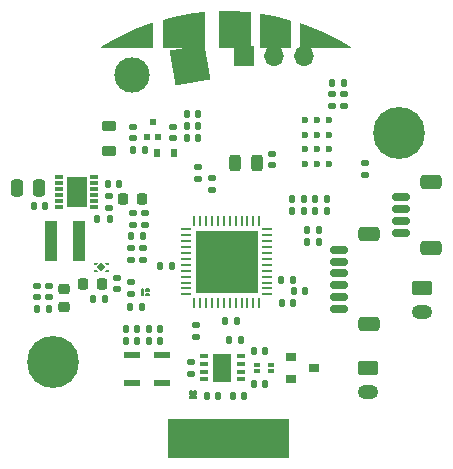
<source format=gts>
G04 #@! TF.GenerationSoftware,KiCad,Pcbnew,(6.0.0-0)*
G04 #@! TF.CreationDate,2022-01-16T01:34:20+01:00*
G04 #@! TF.ProjectId,ESCv4.3,45534376-342e-4332-9e6b-696361645f70,rev?*
G04 #@! TF.SameCoordinates,Original*
G04 #@! TF.FileFunction,Soldermask,Top*
G04 #@! TF.FilePolarity,Negative*
%FSLAX46Y46*%
G04 Gerber Fmt 4.6, Leading zero omitted, Abs format (unit mm)*
G04 Created by KiCad (PCBNEW (6.0.0-0)) date 2022-01-16 01:34:20*
%MOMM*%
%LPD*%
G01*
G04 APERTURE LIST*
G04 Aperture macros list*
%AMRoundRect*
0 Rectangle with rounded corners*
0 $1 Rounding radius*
0 $2 $3 $4 $5 $6 $7 $8 $9 X,Y pos of 4 corners*
0 Add a 4 corners polygon primitive as box body*
4,1,4,$2,$3,$4,$5,$6,$7,$8,$9,$2,$3,0*
0 Add four circle primitives for the rounded corners*
1,1,$1+$1,$2,$3*
1,1,$1+$1,$4,$5*
1,1,$1+$1,$6,$7*
1,1,$1+$1,$8,$9*
0 Add four rect primitives between the rounded corners*
20,1,$1+$1,$2,$3,$4,$5,0*
20,1,$1+$1,$4,$5,$6,$7,0*
20,1,$1+$1,$6,$7,$8,$9,0*
20,1,$1+$1,$8,$9,$2,$3,0*%
%AMRotRect*
0 Rectangle, with rotation*
0 The origin of the aperture is its center*
0 $1 length*
0 $2 width*
0 $3 Rotation angle, in degrees counterclockwise*
0 Add horizontal line*
21,1,$1,$2,0,0,$3*%
%AMFreePoly0*
4,1,5,0.125000,0.110000,0.125000,-0.110000,-0.125000,-0.110000,-0.125000,0.360000,0.125000,0.110000,0.125000,0.110000,$1*%
%AMFreePoly1*
4,1,6,0.125000,-0.110000,-0.125000,-0.110000,-0.125000,0.110000,0.015000,0.250000,0.125000,0.250000,0.125000,-0.110000,0.125000,-0.110000,$1*%
%AMFreePoly2*
4,1,6,0.125000,0.110000,0.125000,-0.110000,-0.125000,-0.110000,-0.125000,0.250000,-0.015000,0.250000,0.125000,0.110000,0.125000,0.110000,$1*%
%AMFreePoly3*
4,1,44,0.830013,1.305809,0.841086,1.305336,0.847036,1.298855,0.855180,1.295529,0.859471,1.285312,0.866968,1.277147,0.866593,1.268357,0.869999,1.260246,0.879999,-0.769754,0.879949,-0.769877,0.880000,-0.770000,0.872730,-0.787552,0.865529,-0.805181,0.865406,-0.805233,0.865355,-0.805355,0.847885,-0.812591,0.830246,-0.820000,0.830122,-0.819949,0.830000,-0.820000,-3.500000,-0.820000,
-3.506485,-0.817314,-3.513453,-0.818156,-3.523527,-0.810254,-3.535355,-0.805355,-3.538041,-0.798871,-3.543565,-0.794538,-3.545101,-0.781827,-3.550000,-0.770000,-3.547314,-0.763515,-3.548156,-0.756547,-3.540254,-0.746473,-3.535355,-0.734645,-3.528871,-0.731959,-3.524538,-0.726435,-2.299538,-0.036435,-2.298295,-0.036285,-2.297478,-0.035338,-0.777478,0.729663,-0.774411,0.729889,-0.772147,0.731968,
0.802853,1.306968,0.811644,1.306593,0.819754,1.309999,0.830013,1.305809,0.830013,1.305809,$1*%
%AMFreePoly4*
4,1,39,2.195290,2.208684,2.210945,2.204272,2.212546,2.201415,2.215565,2.200143,2.221700,2.185078,2.229652,2.170888,2.228764,2.167735,2.229999,2.164702,2.212499,-0.770298,2.205102,-0.787860,2.197829,-0.805381,2.197699,-0.805435,2.197644,-0.805565,2.180068,-0.812723,2.162464,-0.820000,-1.285036,-0.817500,-1.302522,-0.810242,-1.320355,-0.802855,-1.320363,-0.802837,-1.320381,-0.802829,
-1.327768,-0.784960,-1.335000,-0.767500,-1.335000,1.500000,-1.329879,1.512364,-1.327945,1.525607,-1.322807,1.529436,-1.320355,1.535355,-1.307993,1.540476,-1.297260,1.548474,-0.012260,1.873474,-0.010769,1.873256,-0.009512,1.874087,1.074239,2.084087,1.076156,2.083696,1.077862,2.084652,2.174112,2.214652,2.177264,2.213764,2.180298,2.214999,2.195290,2.208684,2.195290,2.208684,
$1*%
%AMFreePoly5*
4,1,40,-0.293101,2.284069,-0.290740,2.284818,1.054259,2.169818,1.069461,2.161943,1.085294,2.155416,1.086183,2.153279,1.088238,2.152215,1.093418,2.135898,1.100000,2.120086,1.105000,-0.773038,1.104989,-0.773064,1.105000,-0.773089,1.097538,-0.791142,1.090416,-0.808419,1.090392,-0.808429,1.090381,-0.808455,1.072450,-0.815897,1.055086,-0.823125,1.055061,-0.823115,1.055036,-0.823125,
-1.556214,-0.825000,-1.556243,-0.824988,-1.556271,-0.825000,-1.573983,-0.817655,-1.591580,-0.810380,-1.591592,-0.810352,-1.591620,-0.810340,-1.598894,-0.792758,-1.606250,-0.775036,-1.606238,-0.775007,-1.606250,-0.774979,-1.605000,2.225021,-1.597731,2.242549,-1.590634,2.260073,-1.590426,2.260161,-1.590340,2.260369,-1.572842,2.267609,-1.555397,2.274998,-0.295396,2.284998,-0.293101,2.284069,
-0.293101,2.284069,$1*%
%AMFreePoly6*
4,1,37,-1.030715,2.055725,-1.026184,2.056717,0.243817,1.829217,0.246063,1.827777,0.248711,1.828083,1.493710,1.473084,1.503659,1.465194,1.515385,1.460325,1.518108,1.453735,1.523694,1.449305,1.525150,1.436695,1.530000,1.424958,1.528125,-0.788792,1.520772,-0.806501,1.513462,-0.824123,1.513454,-0.824127,1.513450,-0.824135,1.495761,-0.831445,1.478100,-0.838750,1.478083,-0.838750,
-1.035025,-0.837500,-1.052540,-0.830235,-1.070355,-0.822855,-1.070360,-0.822842,-1.070373,-0.822837,-1.077752,-0.804997,-1.085000,-0.787500,-1.085000,2.007500,-1.083225,2.011785,-1.084217,2.016316,-1.076106,2.028971,-1.070355,2.042855,-1.066070,2.044630,-1.063567,2.048535,-1.048885,2.051748,-1.035000,2.057500,-1.030715,2.055725,-1.030715,2.055725,$1*%
%AMFreePoly7*
4,1,39,-0.691749,1.231582,-0.682827,1.231958,0.192174,0.911958,0.193023,0.911178,0.194175,0.911177,1.374175,0.421177,1.375530,0.419819,1.377442,0.419680,2.472442,-0.130319,2.473632,-0.131697,2.475433,-0.131952,3.507933,-0.741952,3.511843,-0.747155,3.517855,-0.749645,3.522940,-0.761920,3.530924,-0.772544,3.530010,-0.778988,3.532500,-0.785000,3.527416,-0.797274,3.525549,-0.810433,
3.520345,-0.814344,3.517855,-0.820355,3.505579,-0.825440,3.494956,-0.833423,3.488513,-0.832509,3.482500,-0.835000,-0.700000,-0.835000,-0.735355,-0.820355,-0.750000,-0.785000,-0.750000,1.185000,-0.746582,1.193251,-0.746958,1.202173,-0.739546,1.210236,-0.735355,1.220355,-0.727104,1.223773,-0.721061,1.230347,-0.710120,1.230808,-0.700000,1.235000,-0.691749,1.231582,-0.691749,1.231582,
$1*%
G04 Aperture macros list end*
%ADD10C,0.100000*%
%ADD11C,0.152400*%
%ADD12R,0.600000X0.700000*%
%ADD13C,0.600000*%
%ADD14RoundRect,0.147500X0.172500X-0.147500X0.172500X0.147500X-0.172500X0.147500X-0.172500X-0.147500X0*%
%ADD15R,1.700000X1.700000*%
%ADD16O,1.700000X1.700000*%
%ADD17RoundRect,0.147500X0.147500X0.172500X-0.147500X0.172500X-0.147500X-0.172500X0.147500X-0.172500X0*%
%ADD18RoundRect,0.147500X-0.147500X-0.172500X0.147500X-0.172500X0.147500X0.172500X-0.147500X0.172500X0*%
%ADD19RoundRect,0.243750X0.243750X0.456250X-0.243750X0.456250X-0.243750X-0.456250X0.243750X-0.456250X0*%
%ADD20RoundRect,0.147500X-0.172500X0.147500X-0.172500X-0.147500X0.172500X-0.147500X0.172500X0.147500X0*%
%ADD21R,0.900000X0.800000*%
%ADD22RoundRect,0.218750X-0.256250X0.218750X-0.256250X-0.218750X0.256250X-0.218750X0.256250X0.218750X0*%
%ADD23R,0.500000X0.325000*%
%ADD24C,4.400000*%
%ADD25C,0.700000*%
%ADD26R,0.560000X2.540000*%
%ADD27RoundRect,0.250000X-0.625000X0.350000X-0.625000X-0.350000X0.625000X-0.350000X0.625000X0.350000X0*%
%ADD28O,1.750000X1.200000*%
%ADD29RoundRect,0.150000X-0.625000X0.150000X-0.625000X-0.150000X0.625000X-0.150000X0.625000X0.150000X0*%
%ADD30RoundRect,0.250000X-0.650000X0.350000X-0.650000X-0.350000X0.650000X-0.350000X0.650000X0.350000X0*%
%ADD31R,0.500000X0.600000*%
%ADD32R,0.152400X0.254000*%
%ADD33R,0.508000X0.152400*%
%ADD34R,1.400000X0.500000*%
%ADD35R,0.650000X0.350000*%
%ADD36R,1.550000X2.400000*%
%ADD37RoundRect,0.062500X0.337500X0.062500X-0.337500X0.062500X-0.337500X-0.062500X0.337500X-0.062500X0*%
%ADD38RoundRect,0.062500X0.062500X0.337500X-0.062500X0.337500X-0.062500X-0.337500X0.062500X-0.337500X0*%
%ADD39R,5.300000X5.300000*%
%ADD40FreePoly0,90.000000*%
%ADD41FreePoly1,90.000000*%
%ADD42FreePoly2,270.000000*%
%ADD43FreePoly1,270.000000*%
%ADD44RotRect,0.480000X0.480000X135.000000*%
%ADD45RoundRect,0.218750X0.218750X0.256250X-0.218750X0.256250X-0.218750X-0.256250X0.218750X-0.256250X0*%
%ADD46FreePoly3,0.000000*%
%ADD47FreePoly4,0.000000*%
%ADD48FreePoly5,0.000000*%
%ADD49FreePoly6,0.000000*%
%ADD50FreePoly7,0.000000*%
%ADD51RotRect,3.000000X3.000000X190.000000*%
%ADD52C,3.000000*%
%ADD53R,0.254000X0.152400*%
%ADD54R,0.152400X0.508000*%
%ADD55RoundRect,0.135000X-0.185000X0.135000X-0.185000X-0.135000X0.185000X-0.135000X0.185000X0.135000X0*%
%ADD56RoundRect,0.140000X0.140000X0.170000X-0.140000X0.170000X-0.140000X-0.170000X0.140000X-0.170000X0*%
%ADD57RoundRect,0.135000X0.135000X0.185000X-0.135000X0.185000X-0.135000X-0.185000X0.135000X-0.185000X0*%
%ADD58RoundRect,0.250000X0.250000X0.475000X-0.250000X0.475000X-0.250000X-0.475000X0.250000X-0.475000X0*%
%ADD59RoundRect,0.218750X0.381250X-0.218750X0.381250X0.218750X-0.381250X0.218750X-0.381250X-0.218750X0*%
%ADD60R,1.700000X2.500000*%
%ADD61R,0.650000X0.300000*%
%ADD62R,0.980000X3.400000*%
%ADD63RoundRect,0.225000X-0.225000X-0.250000X0.225000X-0.250000X0.225000X0.250000X-0.225000X0.250000X0*%
G04 APERTURE END LIST*
D10*
G04 #@! TO.C,J3*
X95080000Y-114580000D02*
X105280000Y-114580000D01*
X105280000Y-114580000D02*
X105280000Y-117780000D01*
X105280000Y-117780000D02*
X95080000Y-117780000D01*
X95080000Y-117780000D02*
X95080000Y-114580000D01*
G36*
X105280000Y-117780000D02*
G01*
X95080000Y-117780000D01*
X95080000Y-114580000D01*
X105280000Y-114580000D01*
X105280000Y-117780000D01*
G37*
X105280000Y-117780000D02*
X95080000Y-117780000D01*
X95080000Y-114580000D01*
X105280000Y-114580000D01*
X105280000Y-117780000D01*
D11*
G04 #@! TO.C,Q6*
X97118400Y-112392000D02*
X97118400Y-112138000D01*
X97474000Y-112138000D02*
X97321600Y-112138000D01*
X97474000Y-112392000D02*
X97474000Y-112138000D01*
X96966000Y-112138000D02*
X96966000Y-112392000D01*
X97321600Y-112392000D02*
X97474000Y-112392000D01*
X97321600Y-112138000D02*
X97321600Y-112392000D01*
X96966000Y-112741200D02*
X97474000Y-112741200D01*
X97118400Y-112138000D02*
X96966000Y-112138000D01*
X96966000Y-112392000D02*
X97118400Y-112392000D01*
X97474000Y-112588800D02*
X96966000Y-112588800D01*
X96966000Y-112588800D02*
X96966000Y-112741200D01*
X97474000Y-112741200D02*
X97474000Y-112588800D01*
G04 #@! TO.C,Q4*
X93198000Y-103571000D02*
X93198000Y-103723400D01*
X93452000Y-103571000D02*
X93198000Y-103571000D01*
X93001200Y-104079000D02*
X93001200Y-103571000D01*
X93452000Y-103926600D02*
X93198000Y-103926600D01*
X93452000Y-104079000D02*
X93452000Y-103926600D01*
X92848800Y-104079000D02*
X93001200Y-104079000D01*
X93198000Y-104079000D02*
X93452000Y-104079000D01*
X93198000Y-103723400D02*
X93452000Y-103723400D01*
X92848800Y-103571000D02*
X92848800Y-104079000D01*
X93001200Y-103571000D02*
X92848800Y-103571000D01*
X93452000Y-103723400D02*
X93452000Y-103571000D01*
X93198000Y-103926600D02*
X93198000Y-104079000D01*
G04 #@! TD*
D12*
G04 #@! TO.C,D2*
X94180000Y-91990000D03*
X95580000Y-91990000D03*
G04 #@! TD*
D13*
G04 #@! TO.C,U5*
X106690000Y-91710000D03*
X106690000Y-92960000D03*
X108690000Y-91710000D03*
X108690000Y-92960000D03*
X107690000Y-90460000D03*
X107690000Y-91710000D03*
X107690000Y-92960000D03*
X107690000Y-89210000D03*
X106690000Y-89210000D03*
X108690000Y-89210000D03*
X108690000Y-90460000D03*
X106690000Y-90460000D03*
G04 #@! TD*
D14*
G04 #@! TO.C,D4*
X92125000Y-98110000D03*
X92125000Y-97140000D03*
G04 #@! TD*
D15*
G04 #@! TO.C,J7_1*
X101560000Y-83840000D03*
D16*
X104100000Y-83840000D03*
X106640000Y-83840000D03*
G04 #@! TD*
D17*
G04 #@! TO.C,C1*
X105665000Y-102780000D03*
X104695000Y-102780000D03*
G04 #@! TD*
G04 #@! TO.C,C3*
X105675000Y-104680000D03*
X104705000Y-104680000D03*
G04 #@! TD*
D18*
G04 #@! TO.C,C18*
X93475000Y-107930000D03*
X94445000Y-107930000D03*
G04 #@! TD*
D17*
G04 #@! TO.C,C19*
X92495000Y-107930000D03*
X91525000Y-107930000D03*
G04 #@! TD*
D14*
G04 #@! TO.C,C23*
X97010000Y-110705000D03*
X97010000Y-109735000D03*
G04 #@! TD*
D18*
G04 #@! TO.C,C24*
X102345000Y-111600000D03*
X103315000Y-111600000D03*
G04 #@! TD*
D19*
G04 #@! TO.C,C29*
X102617500Y-92880000D03*
X100742500Y-92880000D03*
G04 #@! TD*
D20*
G04 #@! TO.C,C30*
X91990000Y-100075000D03*
X91990000Y-101045000D03*
G04 #@! TD*
D17*
G04 #@! TO.C,C31*
X108525000Y-96950000D03*
X107555000Y-96950000D03*
G04 #@! TD*
D18*
G04 #@! TO.C,C32*
X105615000Y-96950000D03*
X106585000Y-96950000D03*
G04 #@! TD*
G04 #@! TO.C,C35*
X106865000Y-99550000D03*
X107835000Y-99550000D03*
G04 #@! TD*
G04 #@! TO.C,C40*
X84035000Y-105240000D03*
X85005000Y-105240000D03*
G04 #@! TD*
D20*
G04 #@! TO.C,C41*
X85000000Y-103275000D03*
X85000000Y-104245000D03*
G04 #@! TD*
G04 #@! TO.C,C42*
X84000000Y-103275000D03*
X84000000Y-104245000D03*
G04 #@! TD*
G04 #@! TO.C,D1*
X92100000Y-89815000D03*
X92100000Y-90785000D03*
G04 #@! TD*
D17*
G04 #@! TO.C,D3*
X99345000Y-112590000D03*
X98375000Y-112590000D03*
G04 #@! TD*
G04 #@! TO.C,D6*
X89745000Y-104420000D03*
X88775000Y-104420000D03*
G04 #@! TD*
D21*
G04 #@! TO.C,D7*
X105460000Y-109290000D03*
X105460000Y-111190000D03*
X107460000Y-110240000D03*
G04 #@! TD*
D18*
G04 #@! TO.C,D9*
X108975000Y-86060000D03*
X109945000Y-86060000D03*
G04 #@! TD*
D22*
G04 #@! TO.C,FB2*
X86270000Y-103512500D03*
X86270000Y-105087500D03*
G04 #@! TD*
D23*
G04 #@! TO.C,FL1*
X102597500Y-109965000D03*
X102597500Y-110515000D03*
X103822500Y-110515000D03*
X103822500Y-109965000D03*
G04 #@! TD*
D24*
G04 #@! TO.C,H1*
X85370000Y-109710000D03*
D25*
X86536726Y-108543274D03*
X84203274Y-108543274D03*
X87020000Y-109710000D03*
X83720000Y-109710000D03*
X86536726Y-110876726D03*
X85370000Y-111360000D03*
X84203274Y-110876726D03*
X85370000Y-108060000D03*
G04 #@! TD*
G04 #@! TO.C,H2*
X114630000Y-91940000D03*
D24*
X114630000Y-90290000D03*
D25*
X116280000Y-90290000D03*
X113463274Y-89123274D03*
X115796726Y-91456726D03*
X113463274Y-91456726D03*
X112980000Y-90290000D03*
X115796726Y-89123274D03*
X114630000Y-88640000D03*
G04 #@! TD*
D26*
G04 #@! TO.C,J3*
X104680000Y-116180000D03*
X103680000Y-116180000D03*
X102680000Y-116180000D03*
X101680000Y-116180000D03*
X100680000Y-116180000D03*
X99680000Y-116180000D03*
X98680000Y-116180000D03*
X97680000Y-116180000D03*
X96680000Y-116180000D03*
X95680000Y-116180000D03*
G04 #@! TD*
D27*
G04 #@! TO.C,J6*
X112040000Y-110240000D03*
D28*
X112040000Y-112240000D03*
G04 #@! TD*
D27*
G04 #@! TO.C,J7*
X116570000Y-103480000D03*
D28*
X116570000Y-105480000D03*
G04 #@! TD*
D29*
G04 #@! TO.C,J8*
X114855000Y-95770000D03*
X114855000Y-96770000D03*
X114855000Y-97770000D03*
X114855000Y-98770000D03*
D30*
X117380000Y-94470000D03*
X117380000Y-100070000D03*
G04 #@! TD*
D31*
G04 #@! TO.C,Q2*
X93280000Y-90680000D03*
X94280000Y-90680000D03*
X93780000Y-89380000D03*
G04 #@! TD*
D32*
G04 #@! TO.C,Q6*
X97397800Y-112265000D03*
X97042200Y-112265000D03*
D33*
X97220000Y-112665000D03*
G04 #@! TD*
D14*
G04 #@! TO.C,R2*
X95470000Y-90785000D03*
X95470000Y-89815000D03*
G04 #@! TD*
D17*
G04 #@! TO.C,R3*
X93125000Y-91760000D03*
X92155000Y-91760000D03*
G04 #@! TD*
G04 #@! TO.C,R4*
X92945000Y-99090000D03*
X91975000Y-99090000D03*
G04 #@! TD*
D14*
G04 #@! TO.C,R5*
X92980000Y-101045000D03*
X92980000Y-100075000D03*
G04 #@! TD*
D17*
G04 #@! TO.C,R6*
X97655000Y-90740000D03*
X96685000Y-90740000D03*
G04 #@! TD*
D20*
G04 #@! TO.C,R9*
X111770000Y-92875000D03*
X111770000Y-93845000D03*
G04 #@! TD*
D18*
G04 #@! TO.C,R12*
X91525000Y-106890000D03*
X92495000Y-106890000D03*
G04 #@! TD*
D17*
G04 #@! TO.C,R13*
X94445000Y-106900000D03*
X93475000Y-106900000D03*
G04 #@! TD*
D18*
G04 #@! TO.C,R14*
X100565000Y-112600000D03*
X101535000Y-112600000D03*
G04 #@! TD*
D20*
G04 #@! TO.C,R17*
X90770000Y-102585000D03*
X90770000Y-103555000D03*
G04 #@! TD*
D17*
G04 #@! TO.C,R19*
X103325000Y-108820000D03*
X102355000Y-108820000D03*
G04 #@! TD*
D18*
G04 #@! TO.C,R20*
X100285000Y-107890000D03*
X101255000Y-107890000D03*
G04 #@! TD*
D20*
G04 #@! TO.C,R21*
X109970000Y-87060000D03*
X109970000Y-88030000D03*
G04 #@! TD*
D14*
G04 #@! TO.C,R22*
X108940000Y-88035000D03*
X108940000Y-87065000D03*
G04 #@! TD*
D20*
G04 #@! TO.C,R23*
X97625000Y-93215000D03*
X97625000Y-94185000D03*
G04 #@! TD*
G04 #@! TO.C,R24*
X103900000Y-92095000D03*
X103900000Y-93065000D03*
G04 #@! TD*
D17*
G04 #@! TO.C,R26*
X108525000Y-95930000D03*
X107555000Y-95930000D03*
G04 #@! TD*
D18*
G04 #@! TO.C,R27*
X105605000Y-95930000D03*
X106575000Y-95930000D03*
G04 #@! TD*
G04 #@! TO.C,R28*
X106865000Y-98550000D03*
X107835000Y-98550000D03*
G04 #@! TD*
D34*
G04 #@! TO.C,SW1*
X94580000Y-111460000D03*
X94580000Y-109160000D03*
G04 #@! TD*
G04 #@! TO.C,SW2*
X92010000Y-111460000D03*
X92010000Y-109160000D03*
G04 #@! TD*
D35*
G04 #@! TO.C,U3*
X98130000Y-109235000D03*
X98130000Y-109885000D03*
X98130000Y-110535000D03*
X98130000Y-111185000D03*
X101230000Y-111185000D03*
X101230000Y-110535000D03*
X101230000Y-109885000D03*
X101230000Y-109235000D03*
D36*
X99680000Y-110210000D03*
G04 #@! TD*
D37*
G04 #@! TO.C,U6*
X103510000Y-103990000D03*
X103510000Y-103490000D03*
X103510000Y-102990000D03*
X103510000Y-102490000D03*
X103510000Y-101990000D03*
X103510000Y-101490000D03*
X103510000Y-100990000D03*
X103510000Y-100490000D03*
X103510000Y-99990000D03*
X103510000Y-99490000D03*
X103510000Y-98990000D03*
X103510000Y-98490000D03*
D38*
X102810000Y-97790000D03*
X102310000Y-97790000D03*
X101810000Y-97790000D03*
X101310000Y-97790000D03*
X100810000Y-97790000D03*
X100310000Y-97790000D03*
X99810000Y-97790000D03*
X99310000Y-97790000D03*
X98810000Y-97790000D03*
X98310000Y-97790000D03*
X97810000Y-97790000D03*
X97310000Y-97790000D03*
D37*
X96610000Y-98490000D03*
X96610000Y-98990000D03*
X96610000Y-99490000D03*
X96610000Y-99990000D03*
X96610000Y-100490000D03*
X96610000Y-100990000D03*
X96610000Y-101490000D03*
X96610000Y-101990000D03*
X96610000Y-102490000D03*
X96610000Y-102990000D03*
X96610000Y-103490000D03*
X96610000Y-103990000D03*
D38*
X97310000Y-104690000D03*
X97810000Y-104690000D03*
X98310000Y-104690000D03*
X98810000Y-104690000D03*
X99310000Y-104690000D03*
X99810000Y-104690000D03*
X100310000Y-104690000D03*
X100810000Y-104690000D03*
X101310000Y-104690000D03*
X101810000Y-104690000D03*
X102310000Y-104690000D03*
X102810000Y-104690000D03*
D39*
X100060000Y-101240000D03*
G04 #@! TD*
D40*
G04 #@! TO.C,U2*
X89970000Y-102035000D03*
D41*
X89970000Y-101385000D03*
D42*
X88890000Y-101385000D03*
D43*
X88890000Y-102035000D03*
D44*
X89430000Y-101710000D03*
G04 #@! TD*
D45*
G04 #@! TO.C,C17*
X89497500Y-103120000D03*
X87922500Y-103120000D03*
G04 #@! TD*
D14*
G04 #@! TO.C,R1*
X98790000Y-95145000D03*
X98790000Y-94175000D03*
G04 #@! TD*
D17*
G04 #@! TO.C,R10*
X106685000Y-103740000D03*
X105715000Y-103740000D03*
G04 #@! TD*
D13*
G04 #@! TO.C,J5*
X92060000Y-82145000D03*
X91435000Y-82610000D03*
X90665000Y-82770000D03*
D46*
X93000000Y-82310000D03*
D13*
X92205000Y-82735000D03*
X93515000Y-81520000D03*
X97755000Y-81455000D03*
D47*
X96000000Y-82310000D03*
D13*
X97770000Y-82315000D03*
X95095000Y-81955000D03*
X96930000Y-82325000D03*
X96895000Y-81500000D03*
X97755000Y-80595000D03*
X96035000Y-81185000D03*
X95180000Y-81135000D03*
X96885000Y-80720000D03*
D48*
X101000000Y-82310000D03*
D13*
X100020000Y-82180000D03*
X101635000Y-80520000D03*
X101625000Y-81285000D03*
X99975000Y-80485000D03*
X100795000Y-81255000D03*
X99985000Y-81350000D03*
X100845000Y-80485000D03*
X104965000Y-82710000D03*
X104300000Y-81235000D03*
X105110000Y-81175000D03*
X103460000Y-81555000D03*
X104995000Y-81900000D03*
X103450000Y-80785000D03*
D49*
X104000000Y-82310000D03*
D13*
X108490000Y-82580000D03*
D50*
X107000000Y-82310000D03*
D13*
X107885000Y-82085000D03*
X109230000Y-82755000D03*
X107795000Y-82765000D03*
X106580000Y-81510000D03*
G04 #@! TD*
D51*
G04 #@! TO.C,J1*
X96950000Y-84560000D03*
D52*
X92025961Y-85428241D03*
G04 #@! TD*
D18*
G04 #@! TO.C,R7*
X96695000Y-88710000D03*
X97665000Y-88710000D03*
G04 #@! TD*
D17*
G04 #@! TO.C,C13*
X97665000Y-89730000D03*
X96695000Y-89730000D03*
G04 #@! TD*
D29*
G04 #@! TO.C,J4*
X109585000Y-100220000D03*
X109585000Y-101220000D03*
X109585000Y-102220000D03*
X109585000Y-103220000D03*
X109585000Y-104220000D03*
X109585000Y-105220000D03*
D30*
X112110000Y-106520000D03*
X112110000Y-98920000D03*
G04 #@! TD*
D14*
G04 #@! TO.C,R29*
X97475000Y-107585000D03*
X97475000Y-106615000D03*
G04 #@! TD*
D18*
G04 #@! TO.C,D5*
X91890000Y-105025000D03*
X92860000Y-105025000D03*
G04 #@! TD*
D17*
G04 #@! TO.C,R18*
X95410000Y-101625000D03*
X94440000Y-101625000D03*
G04 #@! TD*
D53*
G04 #@! TO.C,Q4*
X93325000Y-104002800D03*
X93325000Y-103647200D03*
D54*
X92925000Y-103825000D03*
G04 #@! TD*
D14*
G04 #@! TO.C,R16*
X91925000Y-103935000D03*
X91925000Y-102965000D03*
G04 #@! TD*
D17*
G04 #@! TO.C,R25*
X100910000Y-106225000D03*
X99940000Y-106225000D03*
G04 #@! TD*
D55*
G04 #@! TO.C,R8*
X93125000Y-97115000D03*
X93125000Y-98135000D03*
G04 #@! TD*
D56*
G04 #@! TO.C,C15*
X83720000Y-96475000D03*
X84680000Y-96475000D03*
G04 #@! TD*
D55*
G04 #@! TO.C,R11*
X90050000Y-96685000D03*
X90050000Y-95665000D03*
G04 #@! TD*
D57*
G04 #@! TO.C,R15*
X89115000Y-97650000D03*
X90135000Y-97650000D03*
G04 #@! TD*
D58*
G04 #@! TO.C,C14*
X82275000Y-94975000D03*
X84175000Y-94975000D03*
G04 #@! TD*
D59*
G04 #@! TO.C,FB1*
X90125000Y-91862500D03*
X90125000Y-89737500D03*
G04 #@! TD*
D60*
G04 #@! TO.C,U1*
X87350000Y-95325000D03*
D61*
X88825000Y-94075000D03*
X88825000Y-94575000D03*
X88825000Y-95075000D03*
X88825000Y-95575000D03*
X88825000Y-96075000D03*
X88825000Y-96575000D03*
X85875000Y-96575000D03*
X85875000Y-96075000D03*
X85875000Y-95575000D03*
X85875000Y-95075000D03*
X85875000Y-94575000D03*
X85875000Y-94075000D03*
G04 #@! TD*
D56*
G04 #@! TO.C,C16*
X89995000Y-94650000D03*
X90955000Y-94650000D03*
G04 #@! TD*
D62*
G04 #@! TO.C,L1*
X87560000Y-99450000D03*
X85190000Y-99450000D03*
G04 #@! TD*
D63*
G04 #@! TO.C,C20*
X92850000Y-95900000D03*
X91300000Y-95900000D03*
G04 #@! TD*
M02*

</source>
